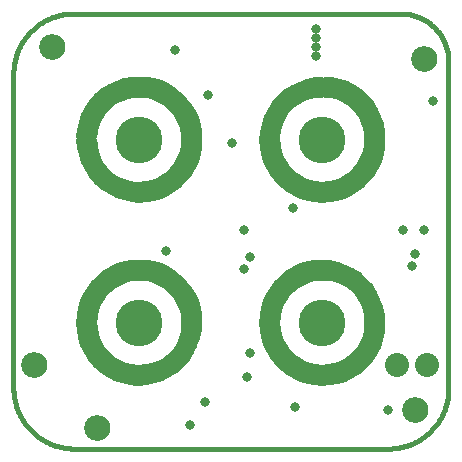
<source format=gbs>
G75*
%MOIN*%
%OFA0B0*%
%FSLAX25Y25*%
%IPPOS*%
%LPD*%
%AMOC8*
5,1,8,0,0,1.08239X$1,22.5*
%
%ADD10C,0.00000*%
%ADD11C,0.08600*%
%ADD12C,0.01600*%
%ADD13C,0.08000*%
%ADD14C,0.15600*%
%ADD15C,0.02000*%
%ADD16C,0.03300*%
D10*
X0017840Y0042840D02*
X0017842Y0042966D01*
X0017848Y0043092D01*
X0017858Y0043218D01*
X0017872Y0043344D01*
X0017890Y0043469D01*
X0017912Y0043593D01*
X0017937Y0043717D01*
X0017967Y0043840D01*
X0018000Y0043961D01*
X0018038Y0044082D01*
X0018079Y0044201D01*
X0018124Y0044320D01*
X0018172Y0044436D01*
X0018224Y0044551D01*
X0018280Y0044664D01*
X0018340Y0044776D01*
X0018403Y0044885D01*
X0018469Y0044993D01*
X0018538Y0045098D01*
X0018611Y0045201D01*
X0018688Y0045302D01*
X0018767Y0045400D01*
X0018849Y0045496D01*
X0018935Y0045589D01*
X0019023Y0045680D01*
X0019114Y0045767D01*
X0019208Y0045852D01*
X0019304Y0045933D01*
X0019403Y0046012D01*
X0019504Y0046087D01*
X0019608Y0046159D01*
X0019714Y0046228D01*
X0019822Y0046294D01*
X0019932Y0046356D01*
X0020044Y0046414D01*
X0020157Y0046469D01*
X0020273Y0046520D01*
X0020390Y0046568D01*
X0020508Y0046612D01*
X0020628Y0046652D01*
X0020749Y0046688D01*
X0020871Y0046721D01*
X0020994Y0046750D01*
X0021118Y0046774D01*
X0021242Y0046795D01*
X0021367Y0046812D01*
X0021493Y0046825D01*
X0021619Y0046834D01*
X0021745Y0046839D01*
X0021872Y0046840D01*
X0021998Y0046837D01*
X0022124Y0046830D01*
X0022250Y0046819D01*
X0022375Y0046804D01*
X0022500Y0046785D01*
X0022624Y0046762D01*
X0022748Y0046736D01*
X0022870Y0046705D01*
X0022992Y0046671D01*
X0023112Y0046632D01*
X0023231Y0046590D01*
X0023349Y0046545D01*
X0023465Y0046495D01*
X0023580Y0046442D01*
X0023692Y0046385D01*
X0023803Y0046325D01*
X0023912Y0046261D01*
X0024019Y0046194D01*
X0024124Y0046124D01*
X0024227Y0046050D01*
X0024327Y0045973D01*
X0024425Y0045893D01*
X0024520Y0045810D01*
X0024612Y0045724D01*
X0024702Y0045635D01*
X0024789Y0045543D01*
X0024872Y0045449D01*
X0024953Y0045352D01*
X0025031Y0045252D01*
X0025106Y0045150D01*
X0025177Y0045046D01*
X0025245Y0044939D01*
X0025309Y0044831D01*
X0025370Y0044720D01*
X0025428Y0044608D01*
X0025482Y0044494D01*
X0025532Y0044378D01*
X0025579Y0044261D01*
X0025622Y0044142D01*
X0025661Y0044022D01*
X0025697Y0043901D01*
X0025728Y0043778D01*
X0025756Y0043655D01*
X0025780Y0043531D01*
X0025800Y0043406D01*
X0025816Y0043281D01*
X0025828Y0043155D01*
X0025836Y0043029D01*
X0025840Y0042903D01*
X0025840Y0042777D01*
X0025836Y0042651D01*
X0025828Y0042525D01*
X0025816Y0042399D01*
X0025800Y0042274D01*
X0025780Y0042149D01*
X0025756Y0042025D01*
X0025728Y0041902D01*
X0025697Y0041779D01*
X0025661Y0041658D01*
X0025622Y0041538D01*
X0025579Y0041419D01*
X0025532Y0041302D01*
X0025482Y0041186D01*
X0025428Y0041072D01*
X0025370Y0040960D01*
X0025309Y0040849D01*
X0025245Y0040741D01*
X0025177Y0040634D01*
X0025106Y0040530D01*
X0025031Y0040428D01*
X0024953Y0040328D01*
X0024872Y0040231D01*
X0024789Y0040137D01*
X0024702Y0040045D01*
X0024612Y0039956D01*
X0024520Y0039870D01*
X0024425Y0039787D01*
X0024327Y0039707D01*
X0024227Y0039630D01*
X0024124Y0039556D01*
X0024019Y0039486D01*
X0023912Y0039419D01*
X0023803Y0039355D01*
X0023692Y0039295D01*
X0023580Y0039238D01*
X0023465Y0039185D01*
X0023349Y0039135D01*
X0023231Y0039090D01*
X0023112Y0039048D01*
X0022992Y0039009D01*
X0022870Y0038975D01*
X0022748Y0038944D01*
X0022624Y0038918D01*
X0022500Y0038895D01*
X0022375Y0038876D01*
X0022250Y0038861D01*
X0022124Y0038850D01*
X0021998Y0038843D01*
X0021872Y0038840D01*
X0021745Y0038841D01*
X0021619Y0038846D01*
X0021493Y0038855D01*
X0021367Y0038868D01*
X0021242Y0038885D01*
X0021118Y0038906D01*
X0020994Y0038930D01*
X0020871Y0038959D01*
X0020749Y0038992D01*
X0020628Y0039028D01*
X0020508Y0039068D01*
X0020390Y0039112D01*
X0020273Y0039160D01*
X0020157Y0039211D01*
X0020044Y0039266D01*
X0019932Y0039324D01*
X0019822Y0039386D01*
X0019714Y0039452D01*
X0019608Y0039521D01*
X0019504Y0039593D01*
X0019403Y0039668D01*
X0019304Y0039747D01*
X0019208Y0039828D01*
X0019114Y0039913D01*
X0019023Y0040000D01*
X0018935Y0040091D01*
X0018849Y0040184D01*
X0018767Y0040280D01*
X0018688Y0040378D01*
X0018611Y0040479D01*
X0018538Y0040582D01*
X0018469Y0040687D01*
X0018403Y0040795D01*
X0018340Y0040904D01*
X0018280Y0041016D01*
X0018224Y0041129D01*
X0018172Y0041244D01*
X0018124Y0041360D01*
X0018079Y0041479D01*
X0018038Y0041598D01*
X0018000Y0041719D01*
X0017967Y0041840D01*
X0017937Y0041963D01*
X0017912Y0042087D01*
X0017890Y0042211D01*
X0017872Y0042336D01*
X0017858Y0042462D01*
X0017848Y0042588D01*
X0017842Y0042714D01*
X0017840Y0042840D01*
X0038840Y0021840D02*
X0038842Y0021966D01*
X0038848Y0022092D01*
X0038858Y0022218D01*
X0038872Y0022344D01*
X0038890Y0022469D01*
X0038912Y0022593D01*
X0038937Y0022717D01*
X0038967Y0022840D01*
X0039000Y0022961D01*
X0039038Y0023082D01*
X0039079Y0023201D01*
X0039124Y0023320D01*
X0039172Y0023436D01*
X0039224Y0023551D01*
X0039280Y0023664D01*
X0039340Y0023776D01*
X0039403Y0023885D01*
X0039469Y0023993D01*
X0039538Y0024098D01*
X0039611Y0024201D01*
X0039688Y0024302D01*
X0039767Y0024400D01*
X0039849Y0024496D01*
X0039935Y0024589D01*
X0040023Y0024680D01*
X0040114Y0024767D01*
X0040208Y0024852D01*
X0040304Y0024933D01*
X0040403Y0025012D01*
X0040504Y0025087D01*
X0040608Y0025159D01*
X0040714Y0025228D01*
X0040822Y0025294D01*
X0040932Y0025356D01*
X0041044Y0025414D01*
X0041157Y0025469D01*
X0041273Y0025520D01*
X0041390Y0025568D01*
X0041508Y0025612D01*
X0041628Y0025652D01*
X0041749Y0025688D01*
X0041871Y0025721D01*
X0041994Y0025750D01*
X0042118Y0025774D01*
X0042242Y0025795D01*
X0042367Y0025812D01*
X0042493Y0025825D01*
X0042619Y0025834D01*
X0042745Y0025839D01*
X0042872Y0025840D01*
X0042998Y0025837D01*
X0043124Y0025830D01*
X0043250Y0025819D01*
X0043375Y0025804D01*
X0043500Y0025785D01*
X0043624Y0025762D01*
X0043748Y0025736D01*
X0043870Y0025705D01*
X0043992Y0025671D01*
X0044112Y0025632D01*
X0044231Y0025590D01*
X0044349Y0025545D01*
X0044465Y0025495D01*
X0044580Y0025442D01*
X0044692Y0025385D01*
X0044803Y0025325D01*
X0044912Y0025261D01*
X0045019Y0025194D01*
X0045124Y0025124D01*
X0045227Y0025050D01*
X0045327Y0024973D01*
X0045425Y0024893D01*
X0045520Y0024810D01*
X0045612Y0024724D01*
X0045702Y0024635D01*
X0045789Y0024543D01*
X0045872Y0024449D01*
X0045953Y0024352D01*
X0046031Y0024252D01*
X0046106Y0024150D01*
X0046177Y0024046D01*
X0046245Y0023939D01*
X0046309Y0023831D01*
X0046370Y0023720D01*
X0046428Y0023608D01*
X0046482Y0023494D01*
X0046532Y0023378D01*
X0046579Y0023261D01*
X0046622Y0023142D01*
X0046661Y0023022D01*
X0046697Y0022901D01*
X0046728Y0022778D01*
X0046756Y0022655D01*
X0046780Y0022531D01*
X0046800Y0022406D01*
X0046816Y0022281D01*
X0046828Y0022155D01*
X0046836Y0022029D01*
X0046840Y0021903D01*
X0046840Y0021777D01*
X0046836Y0021651D01*
X0046828Y0021525D01*
X0046816Y0021399D01*
X0046800Y0021274D01*
X0046780Y0021149D01*
X0046756Y0021025D01*
X0046728Y0020902D01*
X0046697Y0020779D01*
X0046661Y0020658D01*
X0046622Y0020538D01*
X0046579Y0020419D01*
X0046532Y0020302D01*
X0046482Y0020186D01*
X0046428Y0020072D01*
X0046370Y0019960D01*
X0046309Y0019849D01*
X0046245Y0019741D01*
X0046177Y0019634D01*
X0046106Y0019530D01*
X0046031Y0019428D01*
X0045953Y0019328D01*
X0045872Y0019231D01*
X0045789Y0019137D01*
X0045702Y0019045D01*
X0045612Y0018956D01*
X0045520Y0018870D01*
X0045425Y0018787D01*
X0045327Y0018707D01*
X0045227Y0018630D01*
X0045124Y0018556D01*
X0045019Y0018486D01*
X0044912Y0018419D01*
X0044803Y0018355D01*
X0044692Y0018295D01*
X0044580Y0018238D01*
X0044465Y0018185D01*
X0044349Y0018135D01*
X0044231Y0018090D01*
X0044112Y0018048D01*
X0043992Y0018009D01*
X0043870Y0017975D01*
X0043748Y0017944D01*
X0043624Y0017918D01*
X0043500Y0017895D01*
X0043375Y0017876D01*
X0043250Y0017861D01*
X0043124Y0017850D01*
X0042998Y0017843D01*
X0042872Y0017840D01*
X0042745Y0017841D01*
X0042619Y0017846D01*
X0042493Y0017855D01*
X0042367Y0017868D01*
X0042242Y0017885D01*
X0042118Y0017906D01*
X0041994Y0017930D01*
X0041871Y0017959D01*
X0041749Y0017992D01*
X0041628Y0018028D01*
X0041508Y0018068D01*
X0041390Y0018112D01*
X0041273Y0018160D01*
X0041157Y0018211D01*
X0041044Y0018266D01*
X0040932Y0018324D01*
X0040822Y0018386D01*
X0040714Y0018452D01*
X0040608Y0018521D01*
X0040504Y0018593D01*
X0040403Y0018668D01*
X0040304Y0018747D01*
X0040208Y0018828D01*
X0040114Y0018913D01*
X0040023Y0019000D01*
X0039935Y0019091D01*
X0039849Y0019184D01*
X0039767Y0019280D01*
X0039688Y0019378D01*
X0039611Y0019479D01*
X0039538Y0019582D01*
X0039469Y0019687D01*
X0039403Y0019795D01*
X0039340Y0019904D01*
X0039280Y0020016D01*
X0039224Y0020129D01*
X0039172Y0020244D01*
X0039124Y0020360D01*
X0039079Y0020479D01*
X0039038Y0020598D01*
X0039000Y0020719D01*
X0038967Y0020840D01*
X0038937Y0020963D01*
X0038912Y0021087D01*
X0038890Y0021211D01*
X0038872Y0021336D01*
X0038858Y0021462D01*
X0038848Y0021588D01*
X0038842Y0021714D01*
X0038840Y0021840D01*
X0144840Y0027840D02*
X0144842Y0027966D01*
X0144848Y0028092D01*
X0144858Y0028218D01*
X0144872Y0028344D01*
X0144890Y0028469D01*
X0144912Y0028593D01*
X0144937Y0028717D01*
X0144967Y0028840D01*
X0145000Y0028961D01*
X0145038Y0029082D01*
X0145079Y0029201D01*
X0145124Y0029320D01*
X0145172Y0029436D01*
X0145224Y0029551D01*
X0145280Y0029664D01*
X0145340Y0029776D01*
X0145403Y0029885D01*
X0145469Y0029993D01*
X0145538Y0030098D01*
X0145611Y0030201D01*
X0145688Y0030302D01*
X0145767Y0030400D01*
X0145849Y0030496D01*
X0145935Y0030589D01*
X0146023Y0030680D01*
X0146114Y0030767D01*
X0146208Y0030852D01*
X0146304Y0030933D01*
X0146403Y0031012D01*
X0146504Y0031087D01*
X0146608Y0031159D01*
X0146714Y0031228D01*
X0146822Y0031294D01*
X0146932Y0031356D01*
X0147044Y0031414D01*
X0147157Y0031469D01*
X0147273Y0031520D01*
X0147390Y0031568D01*
X0147508Y0031612D01*
X0147628Y0031652D01*
X0147749Y0031688D01*
X0147871Y0031721D01*
X0147994Y0031750D01*
X0148118Y0031774D01*
X0148242Y0031795D01*
X0148367Y0031812D01*
X0148493Y0031825D01*
X0148619Y0031834D01*
X0148745Y0031839D01*
X0148872Y0031840D01*
X0148998Y0031837D01*
X0149124Y0031830D01*
X0149250Y0031819D01*
X0149375Y0031804D01*
X0149500Y0031785D01*
X0149624Y0031762D01*
X0149748Y0031736D01*
X0149870Y0031705D01*
X0149992Y0031671D01*
X0150112Y0031632D01*
X0150231Y0031590D01*
X0150349Y0031545D01*
X0150465Y0031495D01*
X0150580Y0031442D01*
X0150692Y0031385D01*
X0150803Y0031325D01*
X0150912Y0031261D01*
X0151019Y0031194D01*
X0151124Y0031124D01*
X0151227Y0031050D01*
X0151327Y0030973D01*
X0151425Y0030893D01*
X0151520Y0030810D01*
X0151612Y0030724D01*
X0151702Y0030635D01*
X0151789Y0030543D01*
X0151872Y0030449D01*
X0151953Y0030352D01*
X0152031Y0030252D01*
X0152106Y0030150D01*
X0152177Y0030046D01*
X0152245Y0029939D01*
X0152309Y0029831D01*
X0152370Y0029720D01*
X0152428Y0029608D01*
X0152482Y0029494D01*
X0152532Y0029378D01*
X0152579Y0029261D01*
X0152622Y0029142D01*
X0152661Y0029022D01*
X0152697Y0028901D01*
X0152728Y0028778D01*
X0152756Y0028655D01*
X0152780Y0028531D01*
X0152800Y0028406D01*
X0152816Y0028281D01*
X0152828Y0028155D01*
X0152836Y0028029D01*
X0152840Y0027903D01*
X0152840Y0027777D01*
X0152836Y0027651D01*
X0152828Y0027525D01*
X0152816Y0027399D01*
X0152800Y0027274D01*
X0152780Y0027149D01*
X0152756Y0027025D01*
X0152728Y0026902D01*
X0152697Y0026779D01*
X0152661Y0026658D01*
X0152622Y0026538D01*
X0152579Y0026419D01*
X0152532Y0026302D01*
X0152482Y0026186D01*
X0152428Y0026072D01*
X0152370Y0025960D01*
X0152309Y0025849D01*
X0152245Y0025741D01*
X0152177Y0025634D01*
X0152106Y0025530D01*
X0152031Y0025428D01*
X0151953Y0025328D01*
X0151872Y0025231D01*
X0151789Y0025137D01*
X0151702Y0025045D01*
X0151612Y0024956D01*
X0151520Y0024870D01*
X0151425Y0024787D01*
X0151327Y0024707D01*
X0151227Y0024630D01*
X0151124Y0024556D01*
X0151019Y0024486D01*
X0150912Y0024419D01*
X0150803Y0024355D01*
X0150692Y0024295D01*
X0150580Y0024238D01*
X0150465Y0024185D01*
X0150349Y0024135D01*
X0150231Y0024090D01*
X0150112Y0024048D01*
X0149992Y0024009D01*
X0149870Y0023975D01*
X0149748Y0023944D01*
X0149624Y0023918D01*
X0149500Y0023895D01*
X0149375Y0023876D01*
X0149250Y0023861D01*
X0149124Y0023850D01*
X0148998Y0023843D01*
X0148872Y0023840D01*
X0148745Y0023841D01*
X0148619Y0023846D01*
X0148493Y0023855D01*
X0148367Y0023868D01*
X0148242Y0023885D01*
X0148118Y0023906D01*
X0147994Y0023930D01*
X0147871Y0023959D01*
X0147749Y0023992D01*
X0147628Y0024028D01*
X0147508Y0024068D01*
X0147390Y0024112D01*
X0147273Y0024160D01*
X0147157Y0024211D01*
X0147044Y0024266D01*
X0146932Y0024324D01*
X0146822Y0024386D01*
X0146714Y0024452D01*
X0146608Y0024521D01*
X0146504Y0024593D01*
X0146403Y0024668D01*
X0146304Y0024747D01*
X0146208Y0024828D01*
X0146114Y0024913D01*
X0146023Y0025000D01*
X0145935Y0025091D01*
X0145849Y0025184D01*
X0145767Y0025280D01*
X0145688Y0025378D01*
X0145611Y0025479D01*
X0145538Y0025582D01*
X0145469Y0025687D01*
X0145403Y0025795D01*
X0145340Y0025904D01*
X0145280Y0026016D01*
X0145224Y0026129D01*
X0145172Y0026244D01*
X0145124Y0026360D01*
X0145079Y0026479D01*
X0145038Y0026598D01*
X0145000Y0026719D01*
X0144967Y0026840D01*
X0144937Y0026963D01*
X0144912Y0027087D01*
X0144890Y0027211D01*
X0144872Y0027336D01*
X0144858Y0027462D01*
X0144848Y0027588D01*
X0144842Y0027714D01*
X0144840Y0027840D01*
X0147840Y0144840D02*
X0147842Y0144966D01*
X0147848Y0145092D01*
X0147858Y0145218D01*
X0147872Y0145344D01*
X0147890Y0145469D01*
X0147912Y0145593D01*
X0147937Y0145717D01*
X0147967Y0145840D01*
X0148000Y0145961D01*
X0148038Y0146082D01*
X0148079Y0146201D01*
X0148124Y0146320D01*
X0148172Y0146436D01*
X0148224Y0146551D01*
X0148280Y0146664D01*
X0148340Y0146776D01*
X0148403Y0146885D01*
X0148469Y0146993D01*
X0148538Y0147098D01*
X0148611Y0147201D01*
X0148688Y0147302D01*
X0148767Y0147400D01*
X0148849Y0147496D01*
X0148935Y0147589D01*
X0149023Y0147680D01*
X0149114Y0147767D01*
X0149208Y0147852D01*
X0149304Y0147933D01*
X0149403Y0148012D01*
X0149504Y0148087D01*
X0149608Y0148159D01*
X0149714Y0148228D01*
X0149822Y0148294D01*
X0149932Y0148356D01*
X0150044Y0148414D01*
X0150157Y0148469D01*
X0150273Y0148520D01*
X0150390Y0148568D01*
X0150508Y0148612D01*
X0150628Y0148652D01*
X0150749Y0148688D01*
X0150871Y0148721D01*
X0150994Y0148750D01*
X0151118Y0148774D01*
X0151242Y0148795D01*
X0151367Y0148812D01*
X0151493Y0148825D01*
X0151619Y0148834D01*
X0151745Y0148839D01*
X0151872Y0148840D01*
X0151998Y0148837D01*
X0152124Y0148830D01*
X0152250Y0148819D01*
X0152375Y0148804D01*
X0152500Y0148785D01*
X0152624Y0148762D01*
X0152748Y0148736D01*
X0152870Y0148705D01*
X0152992Y0148671D01*
X0153112Y0148632D01*
X0153231Y0148590D01*
X0153349Y0148545D01*
X0153465Y0148495D01*
X0153580Y0148442D01*
X0153692Y0148385D01*
X0153803Y0148325D01*
X0153912Y0148261D01*
X0154019Y0148194D01*
X0154124Y0148124D01*
X0154227Y0148050D01*
X0154327Y0147973D01*
X0154425Y0147893D01*
X0154520Y0147810D01*
X0154612Y0147724D01*
X0154702Y0147635D01*
X0154789Y0147543D01*
X0154872Y0147449D01*
X0154953Y0147352D01*
X0155031Y0147252D01*
X0155106Y0147150D01*
X0155177Y0147046D01*
X0155245Y0146939D01*
X0155309Y0146831D01*
X0155370Y0146720D01*
X0155428Y0146608D01*
X0155482Y0146494D01*
X0155532Y0146378D01*
X0155579Y0146261D01*
X0155622Y0146142D01*
X0155661Y0146022D01*
X0155697Y0145901D01*
X0155728Y0145778D01*
X0155756Y0145655D01*
X0155780Y0145531D01*
X0155800Y0145406D01*
X0155816Y0145281D01*
X0155828Y0145155D01*
X0155836Y0145029D01*
X0155840Y0144903D01*
X0155840Y0144777D01*
X0155836Y0144651D01*
X0155828Y0144525D01*
X0155816Y0144399D01*
X0155800Y0144274D01*
X0155780Y0144149D01*
X0155756Y0144025D01*
X0155728Y0143902D01*
X0155697Y0143779D01*
X0155661Y0143658D01*
X0155622Y0143538D01*
X0155579Y0143419D01*
X0155532Y0143302D01*
X0155482Y0143186D01*
X0155428Y0143072D01*
X0155370Y0142960D01*
X0155309Y0142849D01*
X0155245Y0142741D01*
X0155177Y0142634D01*
X0155106Y0142530D01*
X0155031Y0142428D01*
X0154953Y0142328D01*
X0154872Y0142231D01*
X0154789Y0142137D01*
X0154702Y0142045D01*
X0154612Y0141956D01*
X0154520Y0141870D01*
X0154425Y0141787D01*
X0154327Y0141707D01*
X0154227Y0141630D01*
X0154124Y0141556D01*
X0154019Y0141486D01*
X0153912Y0141419D01*
X0153803Y0141355D01*
X0153692Y0141295D01*
X0153580Y0141238D01*
X0153465Y0141185D01*
X0153349Y0141135D01*
X0153231Y0141090D01*
X0153112Y0141048D01*
X0152992Y0141009D01*
X0152870Y0140975D01*
X0152748Y0140944D01*
X0152624Y0140918D01*
X0152500Y0140895D01*
X0152375Y0140876D01*
X0152250Y0140861D01*
X0152124Y0140850D01*
X0151998Y0140843D01*
X0151872Y0140840D01*
X0151745Y0140841D01*
X0151619Y0140846D01*
X0151493Y0140855D01*
X0151367Y0140868D01*
X0151242Y0140885D01*
X0151118Y0140906D01*
X0150994Y0140930D01*
X0150871Y0140959D01*
X0150749Y0140992D01*
X0150628Y0141028D01*
X0150508Y0141068D01*
X0150390Y0141112D01*
X0150273Y0141160D01*
X0150157Y0141211D01*
X0150044Y0141266D01*
X0149932Y0141324D01*
X0149822Y0141386D01*
X0149714Y0141452D01*
X0149608Y0141521D01*
X0149504Y0141593D01*
X0149403Y0141668D01*
X0149304Y0141747D01*
X0149208Y0141828D01*
X0149114Y0141913D01*
X0149023Y0142000D01*
X0148935Y0142091D01*
X0148849Y0142184D01*
X0148767Y0142280D01*
X0148688Y0142378D01*
X0148611Y0142479D01*
X0148538Y0142582D01*
X0148469Y0142687D01*
X0148403Y0142795D01*
X0148340Y0142904D01*
X0148280Y0143016D01*
X0148224Y0143129D01*
X0148172Y0143244D01*
X0148124Y0143360D01*
X0148079Y0143479D01*
X0148038Y0143598D01*
X0148000Y0143719D01*
X0147967Y0143840D01*
X0147937Y0143963D01*
X0147912Y0144087D01*
X0147890Y0144211D01*
X0147872Y0144336D01*
X0147858Y0144462D01*
X0147848Y0144588D01*
X0147842Y0144714D01*
X0147840Y0144840D01*
X0023840Y0148840D02*
X0023842Y0148966D01*
X0023848Y0149092D01*
X0023858Y0149218D01*
X0023872Y0149344D01*
X0023890Y0149469D01*
X0023912Y0149593D01*
X0023937Y0149717D01*
X0023967Y0149840D01*
X0024000Y0149961D01*
X0024038Y0150082D01*
X0024079Y0150201D01*
X0024124Y0150320D01*
X0024172Y0150436D01*
X0024224Y0150551D01*
X0024280Y0150664D01*
X0024340Y0150776D01*
X0024403Y0150885D01*
X0024469Y0150993D01*
X0024538Y0151098D01*
X0024611Y0151201D01*
X0024688Y0151302D01*
X0024767Y0151400D01*
X0024849Y0151496D01*
X0024935Y0151589D01*
X0025023Y0151680D01*
X0025114Y0151767D01*
X0025208Y0151852D01*
X0025304Y0151933D01*
X0025403Y0152012D01*
X0025504Y0152087D01*
X0025608Y0152159D01*
X0025714Y0152228D01*
X0025822Y0152294D01*
X0025932Y0152356D01*
X0026044Y0152414D01*
X0026157Y0152469D01*
X0026273Y0152520D01*
X0026390Y0152568D01*
X0026508Y0152612D01*
X0026628Y0152652D01*
X0026749Y0152688D01*
X0026871Y0152721D01*
X0026994Y0152750D01*
X0027118Y0152774D01*
X0027242Y0152795D01*
X0027367Y0152812D01*
X0027493Y0152825D01*
X0027619Y0152834D01*
X0027745Y0152839D01*
X0027872Y0152840D01*
X0027998Y0152837D01*
X0028124Y0152830D01*
X0028250Y0152819D01*
X0028375Y0152804D01*
X0028500Y0152785D01*
X0028624Y0152762D01*
X0028748Y0152736D01*
X0028870Y0152705D01*
X0028992Y0152671D01*
X0029112Y0152632D01*
X0029231Y0152590D01*
X0029349Y0152545D01*
X0029465Y0152495D01*
X0029580Y0152442D01*
X0029692Y0152385D01*
X0029803Y0152325D01*
X0029912Y0152261D01*
X0030019Y0152194D01*
X0030124Y0152124D01*
X0030227Y0152050D01*
X0030327Y0151973D01*
X0030425Y0151893D01*
X0030520Y0151810D01*
X0030612Y0151724D01*
X0030702Y0151635D01*
X0030789Y0151543D01*
X0030872Y0151449D01*
X0030953Y0151352D01*
X0031031Y0151252D01*
X0031106Y0151150D01*
X0031177Y0151046D01*
X0031245Y0150939D01*
X0031309Y0150831D01*
X0031370Y0150720D01*
X0031428Y0150608D01*
X0031482Y0150494D01*
X0031532Y0150378D01*
X0031579Y0150261D01*
X0031622Y0150142D01*
X0031661Y0150022D01*
X0031697Y0149901D01*
X0031728Y0149778D01*
X0031756Y0149655D01*
X0031780Y0149531D01*
X0031800Y0149406D01*
X0031816Y0149281D01*
X0031828Y0149155D01*
X0031836Y0149029D01*
X0031840Y0148903D01*
X0031840Y0148777D01*
X0031836Y0148651D01*
X0031828Y0148525D01*
X0031816Y0148399D01*
X0031800Y0148274D01*
X0031780Y0148149D01*
X0031756Y0148025D01*
X0031728Y0147902D01*
X0031697Y0147779D01*
X0031661Y0147658D01*
X0031622Y0147538D01*
X0031579Y0147419D01*
X0031532Y0147302D01*
X0031482Y0147186D01*
X0031428Y0147072D01*
X0031370Y0146960D01*
X0031309Y0146849D01*
X0031245Y0146741D01*
X0031177Y0146634D01*
X0031106Y0146530D01*
X0031031Y0146428D01*
X0030953Y0146328D01*
X0030872Y0146231D01*
X0030789Y0146137D01*
X0030702Y0146045D01*
X0030612Y0145956D01*
X0030520Y0145870D01*
X0030425Y0145787D01*
X0030327Y0145707D01*
X0030227Y0145630D01*
X0030124Y0145556D01*
X0030019Y0145486D01*
X0029912Y0145419D01*
X0029803Y0145355D01*
X0029692Y0145295D01*
X0029580Y0145238D01*
X0029465Y0145185D01*
X0029349Y0145135D01*
X0029231Y0145090D01*
X0029112Y0145048D01*
X0028992Y0145009D01*
X0028870Y0144975D01*
X0028748Y0144944D01*
X0028624Y0144918D01*
X0028500Y0144895D01*
X0028375Y0144876D01*
X0028250Y0144861D01*
X0028124Y0144850D01*
X0027998Y0144843D01*
X0027872Y0144840D01*
X0027745Y0144841D01*
X0027619Y0144846D01*
X0027493Y0144855D01*
X0027367Y0144868D01*
X0027242Y0144885D01*
X0027118Y0144906D01*
X0026994Y0144930D01*
X0026871Y0144959D01*
X0026749Y0144992D01*
X0026628Y0145028D01*
X0026508Y0145068D01*
X0026390Y0145112D01*
X0026273Y0145160D01*
X0026157Y0145211D01*
X0026044Y0145266D01*
X0025932Y0145324D01*
X0025822Y0145386D01*
X0025714Y0145452D01*
X0025608Y0145521D01*
X0025504Y0145593D01*
X0025403Y0145668D01*
X0025304Y0145747D01*
X0025208Y0145828D01*
X0025114Y0145913D01*
X0025023Y0146000D01*
X0024935Y0146091D01*
X0024849Y0146184D01*
X0024767Y0146280D01*
X0024688Y0146378D01*
X0024611Y0146479D01*
X0024538Y0146582D01*
X0024469Y0146687D01*
X0024403Y0146795D01*
X0024340Y0146904D01*
X0024280Y0147016D01*
X0024224Y0147129D01*
X0024172Y0147244D01*
X0024124Y0147360D01*
X0024079Y0147479D01*
X0024038Y0147598D01*
X0024000Y0147719D01*
X0023967Y0147840D01*
X0023937Y0147963D01*
X0023912Y0148087D01*
X0023890Y0148211D01*
X0023872Y0148336D01*
X0023858Y0148462D01*
X0023848Y0148588D01*
X0023842Y0148714D01*
X0023840Y0148840D01*
D11*
X0027840Y0148840D03*
X0021840Y0042840D03*
X0042840Y0021840D03*
X0148840Y0027840D03*
X0151840Y0144840D03*
D12*
X0014840Y0139840D02*
X0014840Y0035089D01*
X0014841Y0035089D02*
X0014847Y0034600D01*
X0014865Y0034111D01*
X0014894Y0033622D01*
X0014936Y0033135D01*
X0014989Y0032648D01*
X0015053Y0032163D01*
X0015130Y0031680D01*
X0015218Y0031199D01*
X0015318Y0030720D01*
X0015429Y0030243D01*
X0015552Y0029770D01*
X0015686Y0029299D01*
X0015832Y0028832D01*
X0015989Y0028369D01*
X0016157Y0027909D01*
X0016336Y0027454D01*
X0016526Y0027003D01*
X0016727Y0026556D01*
X0016938Y0026115D01*
X0017160Y0025679D01*
X0017393Y0025249D01*
X0017636Y0024824D01*
X0017889Y0024405D01*
X0018152Y0023993D01*
X0018425Y0023587D01*
X0018708Y0023188D01*
X0019000Y0022795D01*
X0019302Y0022410D01*
X0019613Y0022032D01*
X0019933Y0021662D01*
X0020262Y0021300D01*
X0020600Y0020946D01*
X0020946Y0020600D01*
X0021300Y0020262D01*
X0021662Y0019933D01*
X0022032Y0019613D01*
X0022410Y0019302D01*
X0022795Y0019000D01*
X0023188Y0018708D01*
X0023587Y0018425D01*
X0023993Y0018152D01*
X0024405Y0017889D01*
X0024824Y0017636D01*
X0025249Y0017393D01*
X0025679Y0017160D01*
X0026115Y0016938D01*
X0026556Y0016727D01*
X0027003Y0016526D01*
X0027454Y0016336D01*
X0027909Y0016157D01*
X0028369Y0015989D01*
X0028832Y0015832D01*
X0029299Y0015686D01*
X0029770Y0015552D01*
X0030243Y0015429D01*
X0030720Y0015318D01*
X0031199Y0015218D01*
X0031680Y0015130D01*
X0032163Y0015053D01*
X0032648Y0014989D01*
X0033135Y0014936D01*
X0033622Y0014894D01*
X0034111Y0014865D01*
X0034600Y0014847D01*
X0035089Y0014841D01*
X0035089Y0014840D02*
X0139840Y0014840D01*
X0140323Y0014846D01*
X0140806Y0014863D01*
X0141289Y0014893D01*
X0141770Y0014933D01*
X0142251Y0014986D01*
X0142730Y0015050D01*
X0143207Y0015125D01*
X0143683Y0015213D01*
X0144156Y0015311D01*
X0144626Y0015421D01*
X0145094Y0015542D01*
X0145559Y0015675D01*
X0146020Y0015819D01*
X0146478Y0015974D01*
X0146932Y0016140D01*
X0147382Y0016317D01*
X0147827Y0016504D01*
X0148268Y0016703D01*
X0148704Y0016911D01*
X0149134Y0017131D01*
X0149560Y0017361D01*
X0149979Y0017601D01*
X0150393Y0017851D01*
X0150800Y0018111D01*
X0151201Y0018380D01*
X0151596Y0018660D01*
X0151983Y0018948D01*
X0152364Y0019247D01*
X0152737Y0019554D01*
X0153102Y0019870D01*
X0153460Y0020195D01*
X0153810Y0020528D01*
X0154152Y0020870D01*
X0154485Y0021220D01*
X0154810Y0021578D01*
X0155126Y0021943D01*
X0155433Y0022316D01*
X0155732Y0022697D01*
X0156020Y0023084D01*
X0156300Y0023479D01*
X0156569Y0023880D01*
X0156829Y0024287D01*
X0157079Y0024701D01*
X0157319Y0025120D01*
X0157549Y0025546D01*
X0157769Y0025976D01*
X0157977Y0026412D01*
X0158176Y0026853D01*
X0158363Y0027298D01*
X0158540Y0027748D01*
X0158706Y0028202D01*
X0158861Y0028660D01*
X0159005Y0029121D01*
X0159138Y0029586D01*
X0159259Y0030054D01*
X0159369Y0030524D01*
X0159467Y0030997D01*
X0159555Y0031473D01*
X0159630Y0031950D01*
X0159694Y0032429D01*
X0159747Y0032910D01*
X0159787Y0033391D01*
X0159817Y0033874D01*
X0159834Y0034357D01*
X0159840Y0034840D01*
X0159840Y0143840D01*
X0159835Y0144227D01*
X0159821Y0144613D01*
X0159798Y0144999D01*
X0159765Y0145384D01*
X0159723Y0145769D01*
X0159672Y0146152D01*
X0159612Y0146534D01*
X0159542Y0146914D01*
X0159463Y0147293D01*
X0159375Y0147669D01*
X0159278Y0148043D01*
X0159172Y0148415D01*
X0159057Y0148784D01*
X0158933Y0149151D01*
X0158800Y0149514D01*
X0158659Y0149874D01*
X0158509Y0150230D01*
X0158350Y0150582D01*
X0158183Y0150931D01*
X0158007Y0151276D01*
X0157823Y0151616D01*
X0157632Y0151951D01*
X0157431Y0152282D01*
X0157224Y0152608D01*
X0157008Y0152929D01*
X0156784Y0153245D01*
X0156553Y0153555D01*
X0156315Y0153859D01*
X0156069Y0154157D01*
X0155816Y0154450D01*
X0155556Y0154736D01*
X0155290Y0155016D01*
X0155016Y0155290D01*
X0154736Y0155556D01*
X0154450Y0155816D01*
X0154157Y0156069D01*
X0153859Y0156315D01*
X0153555Y0156553D01*
X0153245Y0156784D01*
X0152929Y0157008D01*
X0152608Y0157224D01*
X0152282Y0157431D01*
X0151951Y0157632D01*
X0151616Y0157823D01*
X0151276Y0158007D01*
X0150931Y0158183D01*
X0150582Y0158350D01*
X0150230Y0158509D01*
X0149874Y0158659D01*
X0149514Y0158800D01*
X0149151Y0158933D01*
X0148784Y0159057D01*
X0148415Y0159172D01*
X0148043Y0159278D01*
X0147669Y0159375D01*
X0147293Y0159463D01*
X0146914Y0159542D01*
X0146534Y0159612D01*
X0146152Y0159672D01*
X0145769Y0159723D01*
X0145384Y0159765D01*
X0144999Y0159798D01*
X0144613Y0159821D01*
X0144227Y0159835D01*
X0143840Y0159840D01*
X0034840Y0159840D01*
X0034357Y0159834D01*
X0033874Y0159817D01*
X0033391Y0159787D01*
X0032910Y0159747D01*
X0032429Y0159694D01*
X0031950Y0159630D01*
X0031473Y0159555D01*
X0030997Y0159467D01*
X0030524Y0159369D01*
X0030054Y0159259D01*
X0029586Y0159138D01*
X0029121Y0159005D01*
X0028660Y0158861D01*
X0028202Y0158706D01*
X0027748Y0158540D01*
X0027298Y0158363D01*
X0026853Y0158176D01*
X0026412Y0157977D01*
X0025976Y0157769D01*
X0025546Y0157549D01*
X0025120Y0157319D01*
X0024701Y0157079D01*
X0024287Y0156829D01*
X0023880Y0156569D01*
X0023479Y0156300D01*
X0023084Y0156020D01*
X0022697Y0155732D01*
X0022316Y0155433D01*
X0021943Y0155126D01*
X0021578Y0154810D01*
X0021220Y0154485D01*
X0020870Y0154152D01*
X0020528Y0153810D01*
X0020195Y0153460D01*
X0019870Y0153102D01*
X0019554Y0152737D01*
X0019247Y0152364D01*
X0018948Y0151983D01*
X0018660Y0151596D01*
X0018380Y0151201D01*
X0018111Y0150800D01*
X0017851Y0150393D01*
X0017601Y0149979D01*
X0017361Y0149560D01*
X0017131Y0149134D01*
X0016911Y0148704D01*
X0016703Y0148268D01*
X0016504Y0147827D01*
X0016317Y0147382D01*
X0016140Y0146932D01*
X0015974Y0146478D01*
X0015819Y0146020D01*
X0015675Y0145559D01*
X0015542Y0145094D01*
X0015421Y0144626D01*
X0015311Y0144156D01*
X0015213Y0143683D01*
X0015125Y0143207D01*
X0015050Y0142730D01*
X0014986Y0142251D01*
X0014933Y0141770D01*
X0014893Y0141289D01*
X0014863Y0140806D01*
X0014846Y0140323D01*
X0014840Y0139840D01*
D13*
X0142840Y0042840D03*
X0152840Y0042840D03*
D14*
X0117840Y0056840D03*
X0056840Y0056840D03*
X0056840Y0117840D03*
X0117840Y0117840D03*
D15*
X0107749Y0106772D02*
X0101203Y0106772D01*
X0101380Y0106479D02*
X0100131Y0108546D01*
X0099140Y0110748D01*
X0098421Y0113054D01*
X0097986Y0115429D01*
X0097840Y0117840D01*
X0098071Y0120428D01*
X0098627Y0122966D01*
X0099499Y0125414D01*
X0100673Y0127732D01*
X0102130Y0129883D01*
X0103847Y0131833D01*
X0105797Y0133550D01*
X0107948Y0135008D01*
X0110266Y0136182D01*
X0112714Y0137054D01*
X0115252Y0137609D01*
X0117840Y0137840D01*
X0117840Y0132840D01*
X0115772Y0132764D01*
X0113735Y0132394D01*
X0111771Y0131738D01*
X0109922Y0130809D01*
X0108223Y0129626D01*
X0106709Y0128214D01*
X0105412Y0126600D01*
X0104358Y0124819D01*
X0103568Y0122905D01*
X0103059Y0120899D01*
X0102840Y0118840D01*
X0102840Y0117840D01*
X0102993Y0115705D01*
X0103448Y0113614D01*
X0104196Y0111609D01*
X0105221Y0109731D01*
X0106504Y0108017D01*
X0108017Y0106504D01*
X0109731Y0105221D01*
X0111609Y0104196D01*
X0113614Y0103448D01*
X0115705Y0102993D01*
X0117840Y0102840D01*
X0119975Y0102993D01*
X0122066Y0103448D01*
X0124071Y0104196D01*
X0125950Y0105221D01*
X0127663Y0106504D01*
X0129176Y0108017D01*
X0130459Y0109731D01*
X0131485Y0111609D01*
X0132233Y0113614D01*
X0132687Y0115705D01*
X0132840Y0117840D01*
X0132761Y0119755D01*
X0132432Y0121644D01*
X0131859Y0123473D01*
X0131052Y0125212D01*
X0130026Y0126831D01*
X0128797Y0128302D01*
X0127386Y0129600D01*
X0125818Y0130702D01*
X0124120Y0131591D01*
X0122320Y0132250D01*
X0120449Y0132669D01*
X0118540Y0132840D01*
X0118540Y0137840D01*
X0121102Y0137626D01*
X0123614Y0137080D01*
X0126033Y0136210D01*
X0128318Y0135033D01*
X0130430Y0133566D01*
X0132332Y0131837D01*
X0133993Y0129875D01*
X0135383Y0127712D01*
X0136478Y0125387D01*
X0137261Y0122938D01*
X0137718Y0120408D01*
X0137840Y0117840D01*
X0137694Y0115429D01*
X0137259Y0113054D01*
X0136540Y0110748D01*
X0135549Y0108546D01*
X0134300Y0106479D01*
X0132810Y0104578D01*
X0131103Y0102870D01*
X0129201Y0101380D01*
X0127135Y0100131D01*
X0124932Y0099140D01*
X0122626Y0098421D01*
X0120251Y0097986D01*
X0117840Y0097840D01*
X0115429Y0097986D01*
X0113054Y0098421D01*
X0110748Y0099140D01*
X0108546Y0100131D01*
X0106479Y0101380D01*
X0104578Y0102870D01*
X0102870Y0104578D01*
X0101380Y0106479D01*
X0102717Y0104773D02*
X0110551Y0104773D01*
X0107479Y0100776D02*
X0128202Y0100776D01*
X0130981Y0102775D02*
X0104699Y0102775D01*
X0105940Y0108770D02*
X0100030Y0108770D01*
X0099133Y0110769D02*
X0104654Y0110769D01*
X0103764Y0112767D02*
X0098511Y0112767D01*
X0098108Y0114766D02*
X0103197Y0114766D01*
X0102917Y0116764D02*
X0097905Y0116764D01*
X0097922Y0118763D02*
X0102840Y0118763D01*
X0103044Y0120761D02*
X0098144Y0120761D01*
X0098582Y0122760D02*
X0103532Y0122760D01*
X0104333Y0124758D02*
X0099265Y0124758D01*
X0100179Y0126757D02*
X0105538Y0126757D01*
X0107290Y0128755D02*
X0101366Y0128755D01*
X0102897Y0130754D02*
X0109843Y0130754D01*
X0104891Y0132752D02*
X0115709Y0132752D01*
X0117840Y0134751D02*
X0107569Y0134751D01*
X0111860Y0136749D02*
X0117840Y0136749D01*
X0118540Y0136749D02*
X0124534Y0136749D01*
X0128724Y0134751D02*
X0118540Y0134751D01*
X0119521Y0132752D02*
X0131326Y0132752D01*
X0133249Y0130754D02*
X0125720Y0130754D01*
X0128304Y0128755D02*
X0134712Y0128755D01*
X0135833Y0126757D02*
X0130073Y0126757D01*
X0131263Y0124758D02*
X0136679Y0124758D01*
X0137293Y0122760D02*
X0132082Y0122760D01*
X0132585Y0120761D02*
X0137654Y0120761D01*
X0137796Y0118763D02*
X0132802Y0118763D01*
X0132763Y0116764D02*
X0137775Y0116764D01*
X0137573Y0114766D02*
X0132483Y0114766D01*
X0131917Y0112767D02*
X0137170Y0112767D01*
X0136547Y0110769D02*
X0131026Y0110769D01*
X0129740Y0108770D02*
X0135650Y0108770D01*
X0134477Y0106772D02*
X0127931Y0106772D01*
X0125129Y0104773D02*
X0132964Y0104773D01*
X0123770Y0098778D02*
X0111910Y0098778D01*
X0115429Y0076694D02*
X0113054Y0076259D01*
X0110748Y0075540D01*
X0108546Y0074549D01*
X0106479Y0073300D01*
X0104578Y0071810D01*
X0102870Y0070103D01*
X0101380Y0068201D01*
X0100131Y0066135D01*
X0099140Y0063932D01*
X0098421Y0061626D01*
X0097986Y0059251D01*
X0097840Y0056840D01*
X0097986Y0054429D01*
X0098421Y0052054D01*
X0099140Y0049748D01*
X0100131Y0047546D01*
X0101380Y0045479D01*
X0102870Y0043578D01*
X0104578Y0041870D01*
X0106479Y0040380D01*
X0108546Y0039131D01*
X0110748Y0038140D01*
X0113054Y0037421D01*
X0115429Y0036986D01*
X0117840Y0036840D01*
X0120408Y0036963D01*
X0122938Y0037419D01*
X0125387Y0038202D01*
X0127712Y0039298D01*
X0129875Y0040688D01*
X0131837Y0042348D01*
X0133566Y0044250D01*
X0135033Y0046362D01*
X0136210Y0048647D01*
X0137080Y0051066D01*
X0137626Y0053578D01*
X0137840Y0056140D01*
X0132840Y0056140D01*
X0132669Y0054231D01*
X0132250Y0052360D01*
X0131591Y0050560D01*
X0130702Y0048862D01*
X0129600Y0047294D01*
X0128302Y0045884D01*
X0126831Y0044654D01*
X0125212Y0043628D01*
X0123473Y0042821D01*
X0121644Y0042249D01*
X0119755Y0041920D01*
X0117840Y0041840D01*
X0115705Y0041993D01*
X0113614Y0042448D01*
X0111609Y0043196D01*
X0109731Y0044221D01*
X0108017Y0045504D01*
X0106504Y0047017D01*
X0105221Y0048731D01*
X0104196Y0050609D01*
X0103448Y0052614D01*
X0102993Y0054705D01*
X0102840Y0056840D01*
X0102993Y0058975D01*
X0103448Y0061066D01*
X0104196Y0063071D01*
X0105221Y0064950D01*
X0106504Y0066663D01*
X0108017Y0068176D01*
X0109731Y0069459D01*
X0111609Y0070485D01*
X0113614Y0071233D01*
X0115705Y0071687D01*
X0117840Y0071840D01*
X0118840Y0071840D01*
X0120899Y0071621D01*
X0122905Y0071112D01*
X0124819Y0070322D01*
X0126600Y0069268D01*
X0128214Y0067971D01*
X0129626Y0066458D01*
X0130809Y0064759D01*
X0131738Y0062909D01*
X0132394Y0060946D01*
X0132764Y0058909D01*
X0132840Y0056840D01*
X0137840Y0056840D01*
X0137609Y0059428D01*
X0137054Y0061966D01*
X0136182Y0064414D01*
X0135008Y0066732D01*
X0133550Y0068883D01*
X0131833Y0070833D01*
X0129883Y0072550D01*
X0127732Y0074008D01*
X0125414Y0075182D01*
X0122966Y0076054D01*
X0120428Y0076609D01*
X0117840Y0076840D01*
X0115429Y0076694D01*
X0117077Y0076794D02*
X0118358Y0076794D01*
X0123664Y0070798D02*
X0131863Y0070798D01*
X0133607Y0068800D02*
X0127182Y0068800D01*
X0129305Y0066801D02*
X0134961Y0066801D01*
X0135985Y0064803D02*
X0130778Y0064803D01*
X0131772Y0062804D02*
X0136755Y0062804D01*
X0137308Y0060806D02*
X0132419Y0060806D01*
X0132767Y0058807D02*
X0137665Y0058807D01*
X0137729Y0054810D02*
X0132721Y0054810D01*
X0132351Y0052812D02*
X0137460Y0052812D01*
X0136989Y0050813D02*
X0131684Y0050813D01*
X0130669Y0048815D02*
X0136271Y0048815D01*
X0135267Y0046816D02*
X0129160Y0046816D01*
X0127026Y0044818D02*
X0133960Y0044818D01*
X0132266Y0042819D02*
X0123467Y0042819D01*
X0126703Y0038822D02*
X0109232Y0038822D01*
X0105917Y0040821D02*
X0130032Y0040821D01*
X0112618Y0042819D02*
X0103628Y0042819D01*
X0101898Y0044818D02*
X0108934Y0044818D01*
X0106705Y0046816D02*
X0100572Y0046816D01*
X0099560Y0048815D02*
X0105175Y0048815D01*
X0104119Y0050813D02*
X0098808Y0050813D01*
X0098282Y0052812D02*
X0103405Y0052812D01*
X0102985Y0054810D02*
X0097963Y0054810D01*
X0097842Y0056809D02*
X0102842Y0056809D01*
X0102981Y0058807D02*
X0097959Y0058807D01*
X0098271Y0060806D02*
X0103391Y0060806D01*
X0104096Y0062804D02*
X0098788Y0062804D01*
X0099532Y0064803D02*
X0105141Y0064803D01*
X0106642Y0066801D02*
X0100534Y0066801D01*
X0101849Y0068800D02*
X0108850Y0068800D01*
X0112450Y0070798D02*
X0103566Y0070798D01*
X0105837Y0072797D02*
X0129519Y0072797D01*
X0126176Y0074796D02*
X0109093Y0074796D01*
X0075540Y0063932D02*
X0076259Y0061626D01*
X0076694Y0059251D01*
X0076840Y0056840D01*
X0076609Y0054252D01*
X0076054Y0051714D01*
X0075182Y0049266D01*
X0074008Y0046948D01*
X0072550Y0044797D01*
X0070833Y0042847D01*
X0068883Y0041130D01*
X0066732Y0039673D01*
X0064414Y0038499D01*
X0061966Y0037627D01*
X0059428Y0037071D01*
X0056840Y0036840D01*
X0056840Y0041840D01*
X0058909Y0041917D01*
X0060946Y0042287D01*
X0062909Y0042943D01*
X0064759Y0043872D01*
X0066458Y0045054D01*
X0067971Y0046467D01*
X0069268Y0048080D01*
X0070322Y0049862D01*
X0071112Y0051775D01*
X0071621Y0053782D01*
X0071840Y0055840D01*
X0071840Y0056840D01*
X0071687Y0058975D01*
X0071233Y0061066D01*
X0070485Y0063071D01*
X0069459Y0064950D01*
X0068176Y0066663D01*
X0066663Y0068176D01*
X0064950Y0069459D01*
X0063071Y0070485D01*
X0061066Y0071233D01*
X0058975Y0071687D01*
X0056840Y0071840D01*
X0054705Y0071687D01*
X0052614Y0071233D01*
X0050609Y0070485D01*
X0048731Y0069459D01*
X0047017Y0068176D01*
X0045504Y0066663D01*
X0044221Y0064950D01*
X0043196Y0063071D01*
X0042448Y0061066D01*
X0041993Y0058975D01*
X0041840Y0056840D01*
X0041920Y0054925D01*
X0042249Y0053037D01*
X0042821Y0051207D01*
X0043628Y0049468D01*
X0044654Y0047849D01*
X0045884Y0046379D01*
X0047294Y0045081D01*
X0048862Y0043978D01*
X0050560Y0043089D01*
X0052360Y0042430D01*
X0054231Y0042011D01*
X0056140Y0041840D01*
X0056140Y0036840D01*
X0053578Y0037054D01*
X0051066Y0037600D01*
X0048647Y0038470D01*
X0046362Y0039648D01*
X0044250Y0041114D01*
X0042348Y0042843D01*
X0040688Y0044806D01*
X0039298Y0046968D01*
X0038202Y0049294D01*
X0037419Y0051742D01*
X0036963Y0054272D01*
X0036840Y0056840D01*
X0036986Y0059251D01*
X0037421Y0061626D01*
X0038140Y0063932D01*
X0039131Y0066135D01*
X0040380Y0068201D01*
X0041870Y0070103D01*
X0043578Y0071810D01*
X0045479Y0073300D01*
X0047546Y0074549D01*
X0049748Y0075540D01*
X0052054Y0076259D01*
X0054429Y0076694D01*
X0056840Y0076840D01*
X0059251Y0076694D01*
X0061626Y0076259D01*
X0063932Y0075540D01*
X0066135Y0074549D01*
X0068201Y0073300D01*
X0070103Y0071810D01*
X0071810Y0070103D01*
X0073300Y0068201D01*
X0074549Y0066135D01*
X0075540Y0063932D01*
X0075149Y0064803D02*
X0069539Y0064803D01*
X0068038Y0066801D02*
X0074146Y0066801D01*
X0072831Y0068800D02*
X0065830Y0068800D01*
X0062230Y0070798D02*
X0071115Y0070798D01*
X0068843Y0072797D02*
X0044837Y0072797D01*
X0042566Y0070798D02*
X0051450Y0070798D01*
X0047850Y0068800D02*
X0040849Y0068800D01*
X0039534Y0066801D02*
X0045642Y0066801D01*
X0044141Y0064803D02*
X0038532Y0064803D01*
X0037788Y0062804D02*
X0043096Y0062804D01*
X0042391Y0060806D02*
X0037271Y0060806D01*
X0036959Y0058807D02*
X0041981Y0058807D01*
X0041841Y0056809D02*
X0036842Y0056809D01*
X0036937Y0054810D02*
X0041940Y0054810D01*
X0042319Y0052812D02*
X0037226Y0052812D01*
X0037716Y0050813D02*
X0043004Y0050813D01*
X0044042Y0048815D02*
X0038428Y0048815D01*
X0039395Y0046816D02*
X0045518Y0046816D01*
X0047668Y0044818D02*
X0040680Y0044818D01*
X0042374Y0042819D02*
X0051297Y0042819D01*
X0047963Y0038822D02*
X0056140Y0038822D01*
X0056840Y0038822D02*
X0065053Y0038822D01*
X0068427Y0040821D02*
X0056840Y0040821D01*
X0056140Y0040821D02*
X0044672Y0040821D01*
X0062539Y0042819D02*
X0070801Y0042819D01*
X0072564Y0044818D02*
X0066118Y0044818D01*
X0068252Y0046816D02*
X0073918Y0046816D01*
X0074953Y0048815D02*
X0069703Y0048815D01*
X0070715Y0050813D02*
X0075733Y0050813D01*
X0076294Y0052812D02*
X0071375Y0052812D01*
X0071731Y0054810D02*
X0076659Y0054810D01*
X0076837Y0056809D02*
X0071840Y0056809D01*
X0071699Y0058807D02*
X0076721Y0058807D01*
X0076409Y0060806D02*
X0071289Y0060806D01*
X0070584Y0062804D02*
X0075892Y0062804D01*
X0065588Y0074796D02*
X0048093Y0074796D01*
X0056077Y0076794D02*
X0057603Y0076794D01*
X0056840Y0097840D02*
X0054252Y0098071D01*
X0051714Y0098627D01*
X0049266Y0099499D01*
X0046948Y0100673D01*
X0044797Y0102130D01*
X0042847Y0103847D01*
X0041130Y0105797D01*
X0039673Y0107948D01*
X0038499Y0110266D01*
X0037627Y0112714D01*
X0037071Y0115252D01*
X0036840Y0117840D01*
X0041840Y0117840D01*
X0041917Y0115772D01*
X0042287Y0113735D01*
X0042943Y0111771D01*
X0043872Y0109922D01*
X0045054Y0108223D01*
X0046467Y0106709D01*
X0048080Y0105412D01*
X0049862Y0104358D01*
X0051775Y0103568D01*
X0053782Y0103059D01*
X0055840Y0102840D01*
X0056840Y0102840D01*
X0058975Y0102993D01*
X0061066Y0103448D01*
X0063071Y0104196D01*
X0064950Y0105221D01*
X0066663Y0106504D01*
X0068176Y0108017D01*
X0069459Y0109731D01*
X0070485Y0111609D01*
X0071233Y0113614D01*
X0071687Y0115705D01*
X0071840Y0117840D01*
X0071687Y0119975D01*
X0071233Y0122066D01*
X0070485Y0124071D01*
X0069459Y0125950D01*
X0068176Y0127663D01*
X0066663Y0129176D01*
X0064950Y0130459D01*
X0063071Y0131485D01*
X0061066Y0132233D01*
X0058975Y0132687D01*
X0056840Y0132840D01*
X0054925Y0132761D01*
X0053037Y0132432D01*
X0051207Y0131859D01*
X0049468Y0131052D01*
X0047849Y0130026D01*
X0046379Y0128797D01*
X0045081Y0127386D01*
X0043978Y0125818D01*
X0043089Y0124120D01*
X0042430Y0122320D01*
X0042011Y0120449D01*
X0041840Y0118540D01*
X0036840Y0118540D01*
X0037054Y0121102D01*
X0037600Y0123614D01*
X0038470Y0126033D01*
X0039648Y0128318D01*
X0041114Y0130430D01*
X0042843Y0132332D01*
X0044806Y0133993D01*
X0046968Y0135383D01*
X0049294Y0136478D01*
X0051742Y0137261D01*
X0054272Y0137718D01*
X0056840Y0137840D01*
X0059251Y0137694D01*
X0061626Y0137259D01*
X0063932Y0136540D01*
X0066135Y0135549D01*
X0068201Y0134300D01*
X0070103Y0132810D01*
X0071810Y0131103D01*
X0073300Y0129201D01*
X0074549Y0127135D01*
X0075540Y0124932D01*
X0076259Y0122626D01*
X0076694Y0120251D01*
X0076840Y0117840D01*
X0076694Y0115429D01*
X0076259Y0113054D01*
X0075540Y0110748D01*
X0074549Y0108546D01*
X0073300Y0106479D01*
X0071810Y0104578D01*
X0070103Y0102870D01*
X0068201Y0101380D01*
X0066135Y0100131D01*
X0063932Y0099140D01*
X0061626Y0098421D01*
X0059251Y0097986D01*
X0056840Y0097840D01*
X0051290Y0098778D02*
X0062770Y0098778D01*
X0067202Y0100776D02*
X0046796Y0100776D01*
X0044065Y0102775D02*
X0069981Y0102775D01*
X0071964Y0104773D02*
X0064129Y0104773D01*
X0066931Y0106772D02*
X0073477Y0106772D01*
X0074650Y0108770D02*
X0068740Y0108770D01*
X0070026Y0110769D02*
X0075547Y0110769D01*
X0076170Y0112767D02*
X0070917Y0112767D01*
X0071483Y0114766D02*
X0076573Y0114766D01*
X0076775Y0116764D02*
X0071763Y0116764D01*
X0071774Y0118763D02*
X0076784Y0118763D01*
X0076601Y0120761D02*
X0071516Y0120761D01*
X0070974Y0122760D02*
X0076217Y0122760D01*
X0075595Y0124758D02*
X0070110Y0124758D01*
X0068855Y0126757D02*
X0074719Y0126757D01*
X0073570Y0128755D02*
X0067084Y0128755D01*
X0064410Y0130754D02*
X0072084Y0130754D01*
X0070161Y0132752D02*
X0058068Y0132752D01*
X0054878Y0132752D02*
X0043340Y0132752D01*
X0041408Y0130754D02*
X0048997Y0130754D01*
X0046340Y0128755D02*
X0039951Y0128755D01*
X0038843Y0126757D02*
X0044638Y0126757D01*
X0043423Y0124758D02*
X0038012Y0124758D01*
X0037415Y0122760D02*
X0042591Y0122760D01*
X0042081Y0120761D02*
X0037026Y0120761D01*
X0036859Y0118763D02*
X0041860Y0118763D01*
X0041880Y0116764D02*
X0036936Y0116764D01*
X0037177Y0114766D02*
X0042099Y0114766D01*
X0042610Y0112767D02*
X0037615Y0112767D01*
X0038320Y0110769D02*
X0043446Y0110769D01*
X0044673Y0108770D02*
X0039256Y0108770D01*
X0040470Y0106772D02*
X0046409Y0106772D01*
X0049160Y0104773D02*
X0042032Y0104773D01*
X0045985Y0134751D02*
X0067455Y0134751D01*
X0063262Y0136749D02*
X0050141Y0136749D01*
D16*
X0068840Y0147840D03*
X0079840Y0132840D03*
X0087840Y0116840D03*
X0108090Y0095090D03*
X0091840Y0087840D03*
X0093840Y0078840D03*
X0091840Y0074840D03*
X0065840Y0080840D03*
X0093840Y0046840D03*
X0092840Y0038840D03*
X0078840Y0030340D03*
X0073840Y0022840D03*
X0108840Y0028840D03*
X0139840Y0027840D03*
X0147840Y0075840D03*
X0148840Y0079840D03*
X0151840Y0087840D03*
X0144840Y0087840D03*
X0154840Y0130840D03*
X0115840Y0145840D03*
X0115840Y0148840D03*
X0115840Y0151840D03*
X0115840Y0154840D03*
M02*

</source>
